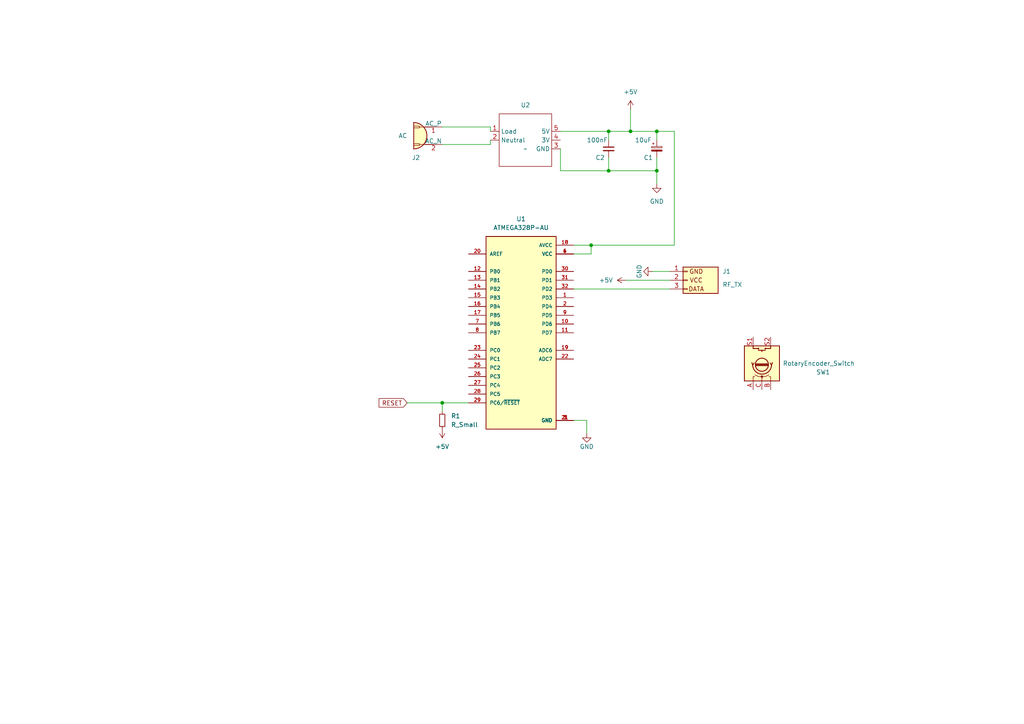
<source format=kicad_sch>
(kicad_sch (version 20230121) (generator eeschema)
  (paper "A4")
  (lib_symbols
    (symbol "00_Symbols:433MHz_ASK_Emitter_Module" (pin_names (offset 1.016) hide)
      (property "Reference" "J1" (at 10.16 2.54 0))
      (property "Value" "RF_TX" (at 10.16 -1.27 0))
      (symbol "433MHz_ASK_Emitter_Module_1_1"
        (rectangle (start -1.27 -2.413) (end 0 -2.667) (stroke (width 0.1524)))
        (rectangle (start -1.27 0.127) (end 0 -0.127) (stroke (width 0.1524)))
        (rectangle (start -1.27 2.667) (end 0 2.413) (stroke (width 0.1524)))
        (rectangle (start -1.27 3.81) (end 8.89 -3.81) (stroke (width 0.254)) (fill (type background)))
        (text "DATA" (at 2.54 -2.54 0) (effects (font (size 1.27 1.27))))
        (text "GND" (at 2.54 2.54 0) (effects (font (size 1.27 1.27))))
        (text "VCC" (at 2.54 0 0) (effects (font (size 1.27 1.27))))
        (pin power_out line (at -5.08 2.54 0) (length 3.81) (name "GND") (number "1"))
        (pin power_in line (at -5.08 0 0) (length 3.81) (name "VCC") (number "2"))
        (pin input line (at -5.08 -2.54 0) (length 3.81) (name "DATA") (number "3"))
      )
    )
    (symbol "00_Symbols:5V07"
      (property "Reference" "U" (at 0 -2.54 0))
      (symbol "5V07_0_1"
        (rectangle (start -7.62 10.16) (end 7.62 -5.08))
      )
      (symbol "5V07_1_1"
        (pin input line (at -10.16 5.08 0) (length 2.54) (name "Load") (number "1"))
        (pin input line (at -10.16 2.54 0) (length 2.54) (name "Neutral") (number "2"))
        (pin output line (at 10.16 0 180) (length 2.54) (name "GND") (number "3"))
        (pin output line (at 10.16 2.54 180) (length 2.54) (name "3V") (number "4"))
        (pin output line (at 10.16 5.08 180) (length 2.54) (name "5V") (number "5"))
      )
    )
    (symbol "00_Symbols:ATMEGA328P-AU" (pin_names (offset 1.016))
      (property "Reference" "U" (at -10.1755 29.2546 0))
      (property "Value" "ATMEGA328P-AU" (at -10.1669 -31.7714 0))
      (symbol "ATMEGA328P-AU_0_0"
        (rectangle (start -10.16 -27.94) (end 10.16 27.94) (stroke (width 0.254)) (fill (type background)))
        (pin bidirectional line (at 15.24 10.16 180) (length 5.08) (name "PD3") (number "1"))
        (pin bidirectional line (at 15.24 2.54 180) (length 5.08) (name "PD6") (number "10"))
        (pin bidirectional line (at 15.24 0 180) (length 5.08) (name "PD7") (number "11"))
        (pin bidirectional line (at -15.24 17.78 0) (length 5.08) (name "PB0") (number "12"))
        (pin bidirectional line (at -15.24 15.24 0) (length 5.08) (name "PB1") (number "13"))
        (pin bidirectional line (at -15.24 12.7 0) (length 5.08) (name "PB2") (number "14"))
        (pin bidirectional line (at -15.24 10.16 0) (length 5.08) (name "PB3") (number "15"))
        (pin bidirectional line (at -15.24 7.62 0) (length 5.08) (name "PB4") (number "16"))
        (pin bidirectional line (at -15.24 5.08 0) (length 5.08) (name "PB5") (number "17"))
        (pin power_in line (at 15.24 25.4 180) (length 5.08) (name "AVCC") (number "18"))
        (pin bidirectional line (at 15.24 -5.08 180) (length 5.08) (name "ADC6") (number "19"))
        (pin bidirectional line (at 15.24 7.62 180) (length 5.08) (name "PD4") (number "2"))
        (pin input line (at -15.24 22.86 0) (length 5.08) (name "AREF") (number "20"))
        (pin power_in line (at 15.24 -25.4 180) (length 5.08) (name "GND") (number "21"))
        (pin bidirectional line (at 15.24 -7.62 180) (length 5.08) (name "ADC7") (number "22"))
        (pin bidirectional line (at -15.24 -5.08 0) (length 5.08) (name "PC0") (number "23"))
        (pin bidirectional line (at -15.24 -7.62 0) (length 5.08) (name "PC1") (number "24"))
        (pin bidirectional line (at -15.24 -10.16 0) (length 5.08) (name "PC2") (number "25"))
        (pin bidirectional line (at -15.24 -12.7 0) (length 5.08) (name "PC3") (number "26"))
        (pin bidirectional line (at -15.24 -15.24 0) (length 5.08) (name "PC4") (number "27"))
        (pin bidirectional line (at -15.24 -17.78 0) (length 5.08) (name "PC5") (number "28"))
        (pin bidirectional line (at -15.24 -20.32 0) (length 5.08) (name "PC6/~{RESET}") (number "29"))
        (pin power_in line (at 15.24 -25.4 180) (length 5.08) (name "GND") (number "3"))
        (pin bidirectional line (at 15.24 17.78 180) (length 5.08) (name "PD0") (number "30"))
        (pin bidirectional line (at 15.24 15.24 180) (length 5.08) (name "PD1") (number "31"))
        (pin bidirectional line (at 15.24 12.7 180) (length 5.08) (name "PD2") (number "32"))
        (pin power_in line (at 15.24 22.86 180) (length 5.08) (name "VCC") (number "4"))
        (pin power_in line (at 15.24 -25.4 180) (length 5.08) (name "GND") (number "5"))
        (pin power_in line (at 15.24 22.86 180) (length 5.08) (name "VCC") (number "6"))
        (pin bidirectional line (at -15.24 2.54 0) (length 5.08) (name "PB6") (number "7"))
        (pin bidirectional line (at -15.24 0 0) (length 5.08) (name "PB7") (number "8"))
        (pin bidirectional line (at 15.24 5.08 180) (length 5.08) (name "PD5") (number "9"))
      )
    )
    (symbol "Connector:Conn_WallSocket" (pin_names (offset 0))
      (property "Reference" "J" (at 1.27 4.445 0))
      (property "Value" "Conn_WallSocket" (at 5.08 0 90))
      (symbol "Conn_WallSocket_0_1"
        (polyline (pts (xy 1.524 -2.54) (xy -2.54 -2.54)))
        (polyline (pts (xy 1.524 2.54) (xy -2.54 2.54)))
        (polyline (pts (xy 3.175 -3.81) (xy 3.175 3.81)) (stroke (width 0.254)))
        (rectangle (start 3.175 -2.794) (end 1.524 -2.286))
        (rectangle (start 3.175 2.286) (end 1.524 2.794))
        (arc (start 3.175 3.81) (mid -0.6184 0) (end 3.175 -3.81) (stroke (width 0.254)) (fill (type background)))
      )
      (symbol "Conn_WallSocket_1_1"
        (pin power_in line (at -5.08 2.54 0) (length 5.08) (name "AC_P") (number "1"))
        (pin power_in line (at -5.08 -2.54 0) (length 5.08) (name "AC_N") (number "2"))
      )
    )
    (symbol "Device:C_Polarized_Small" (pin_numbers hide) (pin_names (offset 0.254) hide)
      (property "Reference" "C" (at 0.254 1.778 0))
      (property "Value" "C_Polarized_Small" (at 0.254 -2.032 0))
      (symbol "C_Polarized_Small_0_1"
        (rectangle (start -1.524 -0.3048) (end 1.524 -0.6858) (fill (type outline)))
        (rectangle (start -1.524 0.6858) (end 1.524 0.3048))
        (polyline (pts (xy -1.27 1.524) (xy -0.762 1.524)))
        (polyline (pts (xy -1.016 1.27) (xy -1.016 1.778)))
      )
      (symbol "C_Polarized_Small_1_1"
        (pin passive line (at 0 2.54 270) (length 1.8542) (name "~") (number "1"))
        (pin passive line (at 0 -2.54 90) (length 1.8542) (name "~") (number "2"))
      )
    )
    (symbol "Device:C_Small" (pin_numbers hide) (pin_names (offset 0.254) hide)
      (property "Reference" "C" (at 0.254 1.778 0))
      (property "Value" "C_Small" (at 0.254 -2.032 0))
      (symbol "C_Small_0_1"
        (polyline (pts (xy -1.524 -0.508) (xy 1.524 -0.508)) (stroke (width 0.3302)))
        (polyline (pts (xy -1.524 0.508) (xy 1.524 0.508)) (stroke (width 0.3048)))
      )
      (symbol "C_Small_1_1"
        (pin passive line (at 0 2.54 270) (length 2.032) (name "~") (number "1"))
        (pin passive line (at 0 -2.54 90) (length 2.032) (name "~") (number "2"))
      )
    )
    (symbol "Device:R_Small" (pin_numbers hide) (pin_names (offset 0.254) hide)
      (property "Reference" "R" (at 0.762 0.508 0))
      (property "Value" "R_Small" (at 0.762 -1.016 0))
      (symbol "R_Small_0_1"
        (rectangle (start -0.762 1.778) (end 0.762 -1.778) (stroke (width 0.2032)))
      )
      (symbol "R_Small_1_1"
        (pin passive line (at 0 2.54 270) (length 0.762) (name "~") (number "1"))
        (pin passive line (at 0 -2.54 90) (length 0.762) (name "~") (number "2"))
      )
    )
    (symbol "Device:RotaryEncoder_Switch" (pin_names (offset 0.254) hide)
      (property "Reference" "SW" (at 0 6.604 0))
      (property "Value" "RotaryEncoder_Switch" (at 0 -6.604 0))
      (symbol "RotaryEncoder_Switch_0_1"
        (rectangle (start -5.08 5.08) (end 5.08 -5.08) (stroke (width 0.254)) (fill (type background)))
        (circle (center -3.81 0) (radius 0.254) (fill (type outline)))
        (circle (center -0.381 0) (radius 1.905) (stroke (width 0.254)))
        (arc (start -0.381 2.667) (mid -3.0988 -0.0635) (end -0.381 -2.794) (stroke (width 0.254)))
        (polyline (pts (xy -0.635 -1.778) (xy -0.635 1.778)) (stroke (width 0.254)))
        (polyline (pts (xy -0.381 -1.778) (xy -0.381 1.778)) (stroke (width 0.254)))
        (polyline (pts (xy -0.127 1.778) (xy -0.127 -1.778)) (stroke (width 0.254)))
        (polyline (pts (xy 3.81 0) (xy 3.429 0)) (stroke (width 0.254)))
        (polyline (pts (xy 3.81 1.016) (xy 3.81 -1.016)) (stroke (width 0.254)))
        (polyline (pts (xy -5.08 -2.54) (xy -3.81 -2.54) (xy -3.81 -2.032)))
        (polyline (pts (xy -5.08 2.54) (xy -3.81 2.54) (xy -3.81 2.032)))
        (polyline (pts (xy 0.254 -3.048) (xy -0.508 -2.794) (xy 0.127 -2.413)) (stroke (width 0.254)))
        (polyline (pts (xy 0.254 2.921) (xy -0.508 2.667) (xy 0.127 2.286)) (stroke (width 0.254)))
        (polyline (pts (xy 5.08 -2.54) (xy 4.318 -2.54) (xy 4.318 -1.016)) (stroke (width 0.254)))
        (polyline (pts (xy 5.08 2.54) (xy 4.318 2.54) (xy 4.318 1.016)) (stroke (width 0.254)))
        (polyline (pts (xy -5.08 0) (xy -3.81 0) (xy -3.81 -1.016) (xy -3.302 -2.032)))
        (polyline (pts (xy -4.318 0) (xy -3.81 0) (xy -3.81 1.016) (xy -3.302 2.032)))
        (circle (center 4.318 -1.016) (radius 0.127) (stroke (width 0.254)))
        (circle (center 4.318 1.016) (radius 0.127) (stroke (width 0.254)))
      )
      (symbol "RotaryEncoder_Switch_1_1"
        (pin passive line (at -7.62 2.54 0) (length 2.54) (name "A") (number "A"))
        (pin passive line (at -7.62 -2.54 0) (length 2.54) (name "B") (number "B"))
        (pin passive line (at -7.62 0 0) (length 2.54) (name "C") (number "C"))
        (pin passive line (at 7.62 2.54 180) (length 2.54) (name "S1") (number "S1"))
        (pin passive line (at 7.62 -2.54 180) (length 2.54) (name "S2") (number "S2"))
      )
    )
    (symbol "power:+5V" (power) (pin_names (offset 0))
      (property "Value" "+5V" (at 0 3.556 0))
      (symbol "+5V_0_1"
        (polyline (pts (xy -0.762 1.27) (xy 0 2.54)))
        (polyline (pts (xy 0 0) (xy 0 2.54)))
        (polyline (pts (xy 0 2.54) (xy 0.762 1.27)))
      )
      (symbol "+5V_1_1"
        (pin power_in line (at 0 0 90) (length 0) hide (name "+5V") (number "1"))
      )
    )
    (symbol "power:GND" (power) (pin_names (offset 0))
      (property "Value" "GND" (at 0 -3.81 0))
      (symbol "GND_0_1"
        (polyline (pts (xy 0 0) (xy 0 -1.27) (xy 1.27 -1.27) (xy 0 -2.54) (xy -1.27 -1.27) (xy 0 -1.27)))
      )
      (symbol "GND_1_1"
        (pin power_in line (at 0 0 270) (length 0) hide (name "GND") (number "1"))
      )
    )
  )
  (junction (at 176.53 38.1))
  (junction (at 128.27 116.84))
  (junction (at 171.45 71.12))
  (junction (at 176.53 49.53))
  (junction (at 190.5 49.53))
  (junction (at 190.5 38.1))
  (junction (at 182.88 38.1))
  (wire (pts (xy 190.5 49.53) (xy 190.5 53.34)))
  (wire (pts (xy 162.56 43.18) (xy 162.56 49.53)))
  (wire (pts (xy 166.37 121.92) (xy 170.18 121.92)))
  (wire (pts (xy 118.11 116.84) (xy 128.27 116.84)))
  (wire (pts (xy 190.5 38.1) (xy 190.5 40.64)))
  (wire (pts (xy 181.61 81.28) (xy 194.31 81.28)))
  (wire (pts (xy 195.58 71.12) (xy 171.45 71.12)))
  (wire (pts (xy 128.27 116.84) (xy 135.89 116.84)))
  (wire (pts (xy 182.88 38.1) (xy 190.5 38.1)))
  (wire (pts (xy 170.18 121.92) (xy 170.18 125.73)))
  (wire (pts (xy 142.24 41.91) (xy 142.24 40.64)))
  (wire (pts (xy 190.5 38.1) (xy 195.58 38.1)))
  (wire (pts (xy 166.37 83.82) (xy 194.31 83.82)))
  (wire (pts (xy 176.53 49.53) (xy 176.53 45.72)))
  (wire (pts (xy 128.27 41.91) (xy 142.24 41.91)))
  (wire (pts (xy 189.23 78.74) (xy 194.31 78.74)))
  (wire (pts (xy 128.27 36.83) (xy 142.24 36.83)))
  (wire (pts (xy 190.5 49.53) (xy 190.5 45.72)))
  (wire (pts (xy 171.45 71.12) (xy 171.45 73.66)))
  (wire (pts (xy 162.56 49.53) (xy 176.53 49.53)))
  (wire (pts (xy 176.53 49.53) (xy 190.5 49.53)))
  (wire (pts (xy 162.56 38.1) (xy 176.53 38.1)))
  (wire (pts (xy 171.45 71.12) (xy 166.37 71.12)))
  (wire (pts (xy 142.24 36.83) (xy 142.24 38.1)))
  (wire (pts (xy 171.45 73.66) (xy 166.37 73.66)))
  (wire (pts (xy 176.53 38.1) (xy 176.53 40.64)))
  (wire (pts (xy 195.58 38.1) (xy 195.58 71.12)))
  (wire (pts (xy 182.88 31.75) (xy 182.88 38.1)))
  (wire (pts (xy 128.27 119.38) (xy 128.27 116.84)))
  (wire (pts (xy 176.53 38.1) (xy 182.88 38.1)))
  (global_label "RESET" (shape input) (at 118.11 116.84 180) (property "Intersheetrefs" "${INTERSHEET_REFS}" (effects hide)))
  (symbol (lib_id "Device:RotaryEncoder_Switch") (at 220.98 105.41 90) (unit 1)
    (property "Reference" "SW1" (at 238.76 107.95 90))
    (property "Value" "RotaryEncoder_Switch" (at 237.49 105.41 90))
  )
  (symbol (lib_id "power:+5V") (at 128.27 124.46 180) (unit 1)
    (property "Reference" "#PWR06" (effects hide))
    (property "Value" "+5V" (at 128.27 129.54 0))
  )
  (symbol (lib_id "power:GND") (at 190.5 53.34 0) (unit 1)
    (property "Reference" "#PWR01" (effects hide))
    (property "Value" "GND" (at 190.5 58.42 0))
  )
  (symbol (lib_id "Device:R_Small") (at 128.27 121.92 0) (unit 1)
    (property "Reference" "R1" (at 130.81 120.65 0) (effects (justify left)))
    (property "Value" "R_Small" (at 130.81 123.19 0) (effects (justify left)))
  )
  (symbol (lib_id "power:+5V") (at 182.88 31.75 0) (unit 1)
    (property "Reference" "#PWR04" (effects hide))
    (property "Value" "+5V" (at 182.88 26.67 0))
  )
  (symbol (lib_id "Connector:Conn_WallSocket") (at 123.19 39.37 0) (mirror y) (unit 1)
    (property "Reference" "J2" (at 120.65 45.72 0))
    (property "Value" "AC" (at 116.84 39.37 0))
  )
  (symbol (lib_id "power:GND") (at 189.23 78.74 270) (unit 1)
    (property "Reference" "#PWR03" (effects hide))
    (property "Value" "GND" (at 185.42 78.74 0))
  )
  (symbol (lib_id "Device:C_Small") (at 176.53 43.18 0) (unit 1)
    (property "Reference" "C2" (at 172.72 45.72 0) (effects (justify left)))
    (property "Value" "100nF" (at 170.18 40.64 0) (effects (justify left)))
  )
  (symbol (lib_id "power:GND") (at 170.18 125.73 0) (unit 1)
    (property "Reference" "#PWR02" (effects hide))
    (property "Value" "GND" (at 170.18 129.54 0))
  )
  (symbol (lib_id "00_Symbols:ATMEGA328P-AU") (at 151.13 96.52 0) (unit 1)
    (property "Reference" "U1" (at 151.13 63.5 0))
    (property "Value" "ATMEGA328P-AU" (at 151.13 66.04 0))
    (property "Footprint" "QFP80P900X900X120-32N" (effects hide))
    (property "MANUFACTURER" "Atmel" (effects hide))
  )
  (symbol (lib_id "00_Symbols:433MHz_ASK_Emitter_Module") (at 199.39 81.28 0) (unit 1)
    (property "Reference" "J1" (at 209.55 78.74 0) (effects (justify left)))
    (property "Value" "RF_TX" (at 209.55 82.55 0) (effects (justify left)))
  )
  (symbol (lib_id "Device:C_Polarized_Small") (at 190.5 43.18 0) (unit 1)
    (property "Reference" "C1" (at 186.69 45.72 0) (effects (justify left)))
    (property "Value" "10uF" (at 184.15 40.64 0) (effects (justify left)))
  )
  (symbol (lib_id "power:+5V") (at 181.61 81.28 90) (unit 1)
    (property "Reference" "#PWR05" (effects hide))
    (property "Value" "+5V" (at 177.8 81.28 90) (effects (justify left)))
  )
  (symbol (lib_id "00_Symbols:5V07") (at 152.4 43.18 0) (unit 1)
    (property "Reference" "U2" (at 152.4 30.48 0))
    (property "Value" "~" (at 152.4 43.18 0))
  )
)
</source>
